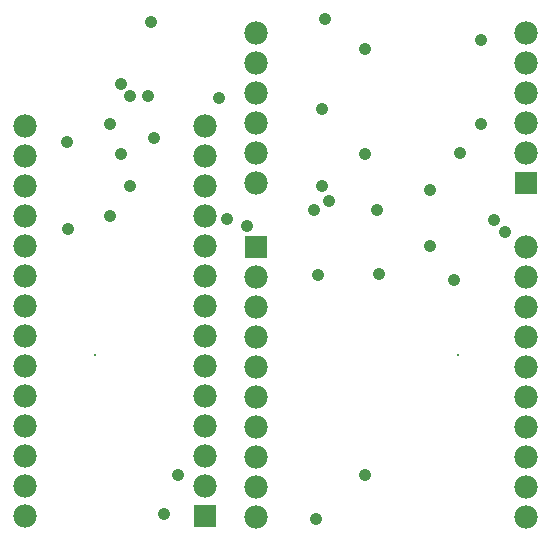
<source format=gbs>
G04*
G04 #@! TF.GenerationSoftware,Altium Limited,Altium Designer,21.0.8 (223)*
G04*
G04 Layer_Color=16711935*
%FSLAX24Y24*%
%MOIN*%
G70*
G04*
G04 #@! TF.SameCoordinates,BD5FB969-D095-4558-B3B7-B1EEFE242F9F*
G04*
G04*
G04 #@! TF.FilePolarity,Negative*
G04*
G01*
G75*
%ADD22C,0.0080*%
%ADD23R,0.0780X0.0780*%
%ADD24C,0.0780*%
%ADD25C,0.0420*%
D22*
X15100Y6000D02*
D03*
X3000D02*
D03*
D23*
X8350Y9600D02*
D03*
X17350Y11750D02*
D03*
X6650Y650D02*
D03*
D24*
X8350Y8600D02*
D03*
Y7600D02*
D03*
Y6600D02*
D03*
Y5600D02*
D03*
Y4600D02*
D03*
X17350Y9600D02*
D03*
Y8600D02*
D03*
Y7600D02*
D03*
Y6600D02*
D03*
Y5600D02*
D03*
Y4600D02*
D03*
X8350Y3600D02*
D03*
Y2600D02*
D03*
Y1600D02*
D03*
Y600D02*
D03*
X17350Y3600D02*
D03*
Y2600D02*
D03*
Y1600D02*
D03*
Y600D02*
D03*
X8350Y16750D02*
D03*
Y15750D02*
D03*
Y14750D02*
D03*
Y13750D02*
D03*
Y12750D02*
D03*
Y11750D02*
D03*
X17350Y16750D02*
D03*
Y15750D02*
D03*
Y14750D02*
D03*
Y13750D02*
D03*
Y12750D02*
D03*
X650Y13650D02*
D03*
Y12650D02*
D03*
Y11650D02*
D03*
Y10650D02*
D03*
Y9650D02*
D03*
Y8650D02*
D03*
Y7650D02*
D03*
Y6650D02*
D03*
Y5650D02*
D03*
Y4650D02*
D03*
Y3650D02*
D03*
Y2650D02*
D03*
Y1650D02*
D03*
Y650D02*
D03*
X6650Y13650D02*
D03*
Y12650D02*
D03*
Y11650D02*
D03*
Y10650D02*
D03*
Y9650D02*
D03*
Y8650D02*
D03*
Y7650D02*
D03*
Y6650D02*
D03*
Y5650D02*
D03*
Y4650D02*
D03*
Y3650D02*
D03*
Y2650D02*
D03*
Y1650D02*
D03*
D25*
X7120Y14590D02*
D03*
X4950Y13233D02*
D03*
X10431Y8687D02*
D03*
X12400Y10850D02*
D03*
X12450Y8700D02*
D03*
X10800Y11150D02*
D03*
X10350Y550D02*
D03*
X12000Y2000D02*
D03*
X14150Y9650D02*
D03*
Y11500D02*
D03*
X14950Y8500D02*
D03*
X15150Y12750D02*
D03*
X4870Y17110D02*
D03*
X15850Y16500D02*
D03*
Y13700D02*
D03*
X8050Y10300D02*
D03*
X16650Y10100D02*
D03*
X7400Y10550D02*
D03*
X10300Y10840D02*
D03*
X16300Y10500D02*
D03*
X5750Y2000D02*
D03*
X5300Y700D02*
D03*
X4750Y14650D02*
D03*
X2100Y10200D02*
D03*
X2050Y13100D02*
D03*
X12000Y12700D02*
D03*
Y16200D02*
D03*
X10650Y17200D02*
D03*
X10550Y14200D02*
D03*
Y11650D02*
D03*
X3500Y10650D02*
D03*
Y13700D02*
D03*
X4150Y14650D02*
D03*
Y11650D02*
D03*
X3850Y12700D02*
D03*
Y15050D02*
D03*
M02*

</source>
